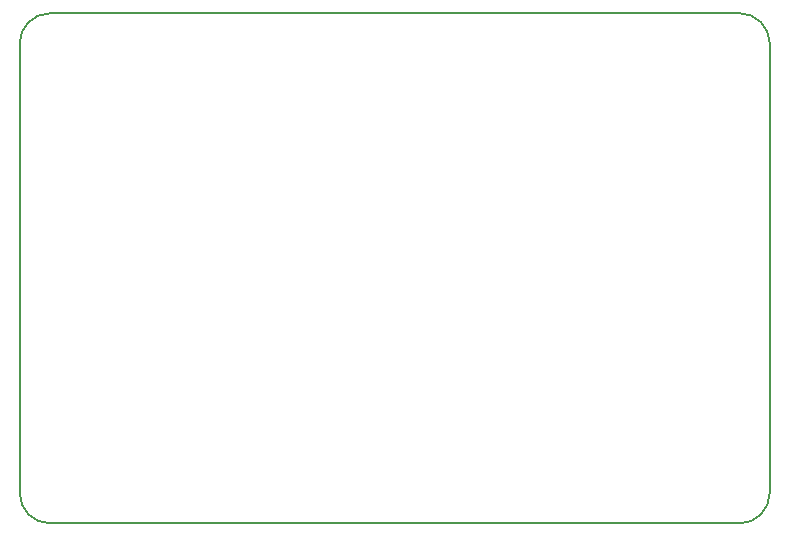
<source format=gbr>
G04 #@! TF.GenerationSoftware,KiCad,Pcbnew,(5.0.2)-1*
G04 #@! TF.CreationDate,2019-02-09T20:55:45-06:00*
G04 #@! TF.ProjectId,Halloween-Controller,48616c6c-6f77-4656-956e-2d436f6e7472,0.1*
G04 #@! TF.SameCoordinates,Original*
G04 #@! TF.FileFunction,Profile,NP*
%FSLAX46Y46*%
G04 Gerber Fmt 4.6, Leading zero omitted, Abs format (unit mm)*
G04 Created by KiCad (PCBNEW (5.0.2)-1) date 2/9/2019 8:55:45 PM*
%MOMM*%
%LPD*%
G01*
G04 APERTURE LIST*
%ADD10C,0.150000*%
G04 APERTURE END LIST*
D10*
X162560000Y-58420000D02*
G75*
G02X165100000Y-60960000I0J-2540000D01*
G01*
X165100000Y-99060000D02*
G75*
G02X162560000Y-101600000I-2540000J0D01*
G01*
X104140000Y-101600000D02*
G75*
G02X101600000Y-99060000I0J2540000D01*
G01*
X101600000Y-60960000D02*
G75*
G02X104140000Y-58420000I2540000J0D01*
G01*
X165100000Y-60960000D02*
X165100000Y-99060000D01*
X104140000Y-58420000D02*
X162560000Y-58420000D01*
X101600000Y-99060000D02*
X101600000Y-60960000D01*
X104140000Y-101600000D02*
X162560000Y-101600000D01*
M02*

</source>
